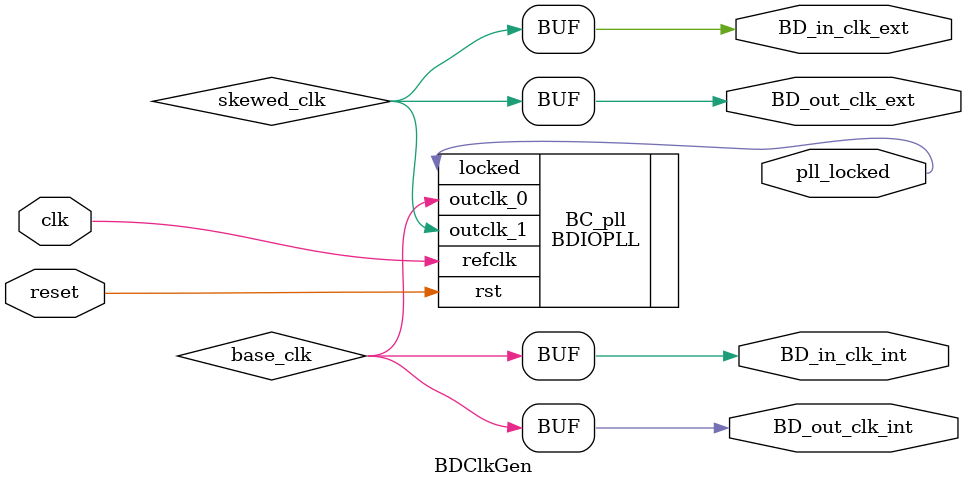
<source format=sv>
`include "../../quartus/BDIOPLL.v"
`include "../../quartus/BDIOPLL/BDIOPLL_0002.v"

module BDClkGen (
  output wire BD_in_clk_int,
  output wire BD_in_clk_ext,
  output wire BD_out_clk_int,
  output wire BD_out_clk_ext,
  output wire pll_locked,
  input clk, reset);

wire skewed_clk; // unskewed 20MHz clock to use in handshaker
wire base_clk;   // skewed 10MHz clock to use for BD IO

BDIOPLL BC_pll(
  .refclk(clk),   // input clock(), 100 MHz
  .rst(reset),
  .outclk_0(base_clk),
  .outclk_1(skewed_clk),
  .locked(pll_locked));

assign BD_in_clk_ext = skewed_clk;
assign BD_out_clk_ext = skewed_clk;

assign BD_in_clk_int = base_clk;
assign BD_out_clk_int = base_clk;

endmodule

</source>
